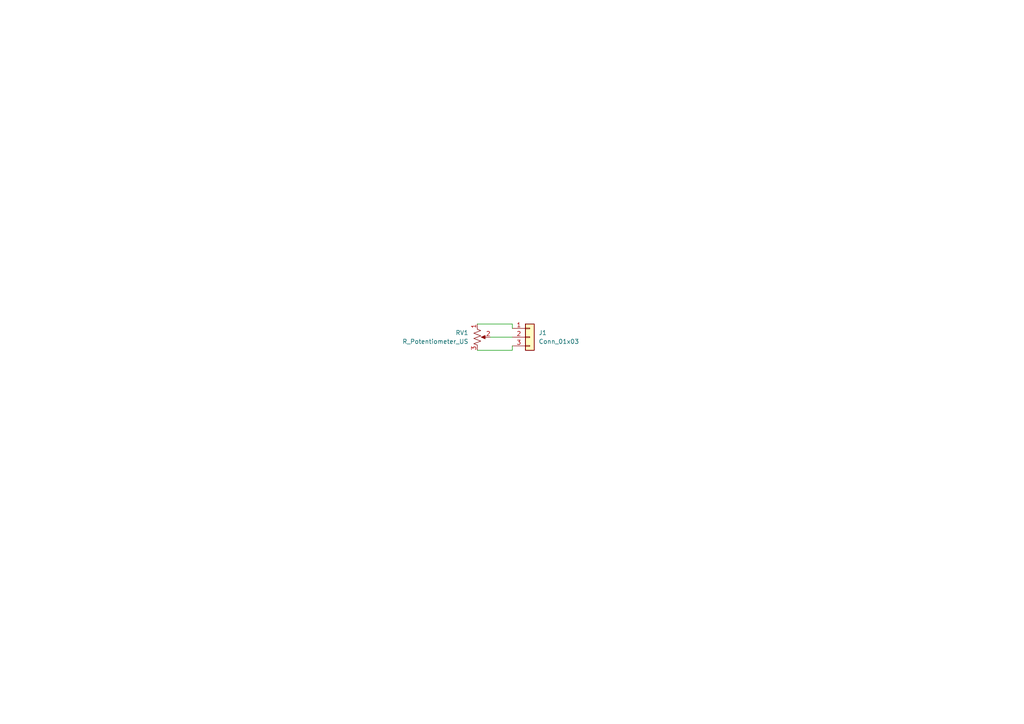
<source format=kicad_sch>
(kicad_sch (version 20250114) (generator "eeschema") (generator_version "9.0")
  (paper "A4")
  (lib_symbols
    (symbol "Connector_Generic:Conn_01x03" (pin_names (offset 1.016) (hide yes))
      (property "Reference" "J" (at 0 5.08 0))
      (property "Value" "Conn_01x03" (at 0 -5.08 0))
      (symbol "Conn_01x03_1_1"
        (rectangle (start -1.27 3.81) (end 1.27 -3.81) (stroke (width 0.254)) (fill (type background)))
        (rectangle (start -1.27 2.667) (end 0 2.413) (stroke (width 0.1524)))
        (rectangle (start -1.27 0.127) (end 0 -0.127) (stroke (width 0.1524)))
        (rectangle (start -1.27 -2.413) (end 0 -2.667) (stroke (width 0.1524)))
        (pin passive line (at -5.08 2.54 0) (length 3.81) (name "Pin_1") (number "1"))
        (pin passive line (at -5.08 0 0) (length 3.81) (name "Pin_2") (number "2"))
        (pin passive line (at -5.08 -2.54 0) (length 3.81) (name "Pin_3") (number "3"))
      )
    )
    (symbol "Device:R_Potentiometer_US" (pin_names (offset 1.016) (hide yes))
      (property "Reference" "RV" (at -4.445 0 90))
      (property "Value" "R_Potentiometer_US" (at -2.54 0 90))
      (symbol "R_Potentiometer_US_0_1"
        (polyline (pts (xy 0 2.54) (xy 0 2.286)))
        (polyline (pts (xy 0 2.286) (xy 1.016 1.905) (xy 0 1.524) (xy -1.016 1.143) (xy 0 0.762)))
        (polyline (pts (xy 0 0.762) (xy 1.016 0.381) (xy 0 0) (xy -1.016 -0.381) (xy 0 -0.762)))
        (polyline (pts (xy 0 -0.762) (xy 1.016 -1.143) (xy 0 -1.524) (xy -1.016 -1.905) (xy 0 -2.286)))
        (polyline (pts (xy 0 -2.286) (xy 0 -2.54)))
        (polyline (pts (xy 1.143 0) (xy 2.286 0.508) (xy 2.286 -0.508) (xy 1.143 0)) (fill (type outline)))
        (polyline (pts (xy 2.54 0) (xy 1.524 0)))
      )
      (symbol "R_Potentiometer_US_1_1"
        (pin passive line (at 0 3.81 270) (length 1.27) (name "1") (number "1"))
        (pin passive line (at 0 -3.81 90) (length 1.27) (name "3") (number "3"))
        (pin passive line (at 3.81 0 180) (length 1.27) (name "2") (number "2"))
      )
    )
  )
  (wire (pts (xy 148.59 93.98) (xy 148.59 95.25)))
  (wire (pts (xy 148.59 101.6) (xy 148.59 100.33)))
  (wire (pts (xy 138.43 101.6) (xy 148.59 101.6)))
  (wire (pts (xy 138.43 93.98) (xy 148.59 93.98)))
  (wire (pts (xy 142.24 97.79) (xy 148.59 97.79)))
  (symbol (lib_id "Connector_Generic:Conn_01x03") (at 153.67 97.79 0) (unit 1)
    (property "Reference" "J1" (at 156.21 96.5199 0) (effects (justify left)))
    (property "Value" "Conn_01x03" (at 156.21 99.0599 0) (effects (justify left)))
    (property "Footprint" "Connector_PinHeader_2.54mm:PinHeader_1x03_P2.54mm_Vertical" (effects (hide yes)))
    (property "Description" "Generic connector, single row, 01x03, script generated (kicad-library-utils/schlib/autogen/connector/)" (effects (hide yes)))
  )
  (symbol (lib_id "Device:R_Potentiometer_US") (at 138.43 97.79 0) (unit 1)
    (property "Reference" "RV1" (at 135.89 96.5199 0) (effects (justify right)))
    (property "Value" "R_Potentiometer_US" (at 135.89 99.0599 0) (effects (justify right)))
    (property "Footprint" "Potentiometer_THT:Potentiometer_Alps_RK163_Single_Horizontal" (effects (hide yes)))
    (property "Description" "Potentiometer, US symbol" (effects (hide yes)))
  )
)
</source>
